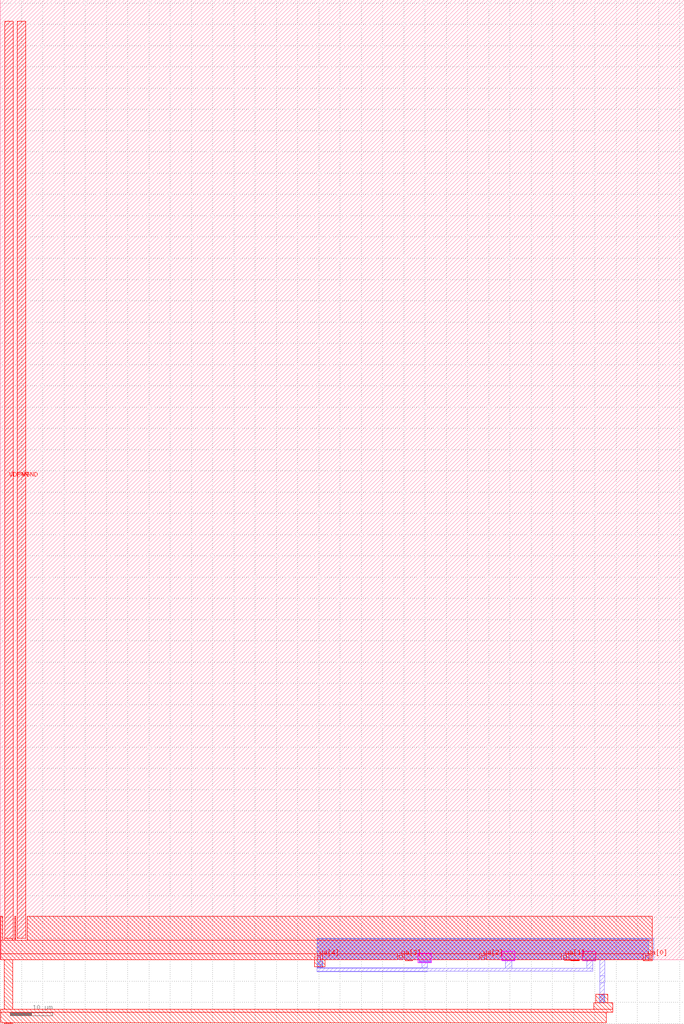
<source format=lef>
VERSION 5.7 ;
  NOWIREEXTENSIONATPIN ON ;
  DIVIDERCHAR "/" ;
  BUSBITCHARS "[]" ;
MACRO tt_um_wakki-0123_Raw_Transistors
  CLASS BLOCK ;
  FOREIGN tt_um_wakki-0123_Raw_Transistors ;
  ORIGIN 0.000 0.000 ;
  SIZE 161.000 BY 225.760 ;
  PIN ua[0]
    DIRECTION INOUT ;
    USE SIGNAL ;
    ANTENNADIFFAREA 0.870000 ;
    PORT
      LAYER met4 ;
        RECT 151.810 0.000 152.710 1.000 ;
    END
  END ua[0]
  PIN ua[1]
    DIRECTION INOUT ;
    USE SIGNAL ;
    ANTENNAGATEAREA 0.250000 ;
    PORT
      LAYER met4 ;
        RECT 132.490 0.000 133.390 1.000 ;
    END
  END ua[1]
  PIN ua[2]
    DIRECTION INOUT ;
    USE SIGNAL ;
    ANTENNAGATEAREA 0.250000 ;
    PORT
      LAYER met4 ;
        RECT 113.170 0.000 114.070 1.000 ;
    END
  END ua[2]
  PIN ua[3]
    DIRECTION INOUT ;
    USE SIGNAL ;
    ANTENNAGATEAREA 0.250000 ;
    PORT
      LAYER met4 ;
        RECT 93.850 0.000 94.750 1.000 ;
    END
  END ua[3]
  PIN ua[4]
    DIRECTION INOUT ;
    USE SIGNAL ;
    ANTENNADIFFAREA 0.870000 ;
    PORT
      LAYER met4 ;
        RECT 74.530 0.000 75.430 1.000 ;
    END
  END ua[4]
  PIN VDPWR
    DIRECTION INOUT ;
    USE POWER ;
    PORT
      LAYER met4 ;
        RECT 1.000 5.000 3.000 220.760 ;
    END
  END VDPWR
  PIN VGND
    DIRECTION INOUT ;
    USE GROUND ;
    PORT
      LAYER met4 ;
        RECT 4.000 5.000 6.000 220.760 ;
    END
  END VGND
  OBS
      LAYER pwell ;
        RECT 98.360 -0.680 101.460 1.530 ;
        RECT 118.050 -0.200 121.150 2.010 ;
      LAYER nwell ;
        RECT 137.050 -0.230 140.240 1.980 ;
      LAYER li1 ;
        RECT 74.560 0.000 152.620 4.970 ;
        RECT 95.860 -0.180 96.930 0.000 ;
        RECT 74.560 -1.680 75.900 -0.270 ;
        RECT 98.540 -0.330 98.710 0.000 ;
        RECT 101.110 -0.330 101.280 0.000 ;
        RECT 118.230 -0.020 120.970 0.000 ;
        RECT 137.230 -0.050 140.060 0.000 ;
        RECT 98.540 -0.500 101.280 -0.330 ;
        RECT 141.040 -9.990 142.210 -8.180 ;
      LAYER met1 ;
        RECT 74.510 0.000 153.770 5.030 ;
        RECT 95.810 -0.180 96.980 0.000 ;
        RECT 74.530 -0.270 75.930 -0.210 ;
        RECT 95.830 -0.240 96.960 -0.180 ;
        RECT 99.490 -0.270 100.390 0.000 ;
        RECT 118.190 -0.110 121.060 0.000 ;
        RECT 137.200 -0.110 140.070 0.000 ;
        RECT 74.510 -1.130 75.950 -0.270 ;
        RECT 98.520 -0.570 101.390 -0.270 ;
        RECT 74.510 -1.680 76.000 -1.130 ;
        RECT 74.530 -1.740 76.000 -1.680 ;
        RECT 74.570 -1.880 76.000 -1.740 ;
        RECT 99.270 -1.880 100.540 -0.570 ;
        RECT 74.570 -1.960 100.540 -1.880 ;
        RECT 118.950 -1.960 120.430 -0.110 ;
        RECT 74.570 -2.020 120.430 -1.960 ;
        RECT 138.020 -2.020 139.470 -0.110 ;
        RECT 74.570 -2.660 139.470 -2.020 ;
        RECT 74.570 -2.810 100.540 -2.660 ;
        RECT 118.930 -2.700 139.470 -2.660 ;
        RECT 138.020 -2.750 139.470 -2.700 ;
        RECT 74.570 -2.830 76.000 -2.810 ;
        RECT 99.270 -2.840 100.540 -2.810 ;
        RECT 141.180 -3.710 142.260 0.000 ;
        RECT 141.110 -5.430 142.260 -3.710 ;
        RECT 141.110 -8.120 142.240 -5.430 ;
        RECT 141.010 -8.180 142.240 -8.120 ;
        RECT 140.990 -9.990 142.260 -8.180 ;
        RECT 141.010 -10.050 142.240 -9.990 ;
      LAYER met2 ;
        RECT 74.560 0.000 152.620 5.020 ;
        RECT 74.560 -1.730 75.900 -0.220 ;
        RECT 95.860 -0.230 96.930 0.000 ;
        RECT 141.040 -10.040 142.210 -8.130 ;
      LAYER met3 ;
        RECT 74.510 0.000 152.670 4.995 ;
        RECT 95.810 -0.205 96.980 0.000 ;
        RECT 74.510 -1.705 75.950 -0.245 ;
        RECT 140.990 -10.015 142.260 -8.155 ;
      LAYER met4 ;
        RECT 0.110 4.600 0.600 10.220 ;
        RECT 0.990 4.600 2.960 5.000 ;
        RECT 3.400 4.600 3.600 10.220 ;
        RECT 6.400 4.600 153.500 10.220 ;
        RECT 0.110 1.400 153.500 4.600 ;
        RECT 0.110 0.000 74.130 1.400 ;
        RECT 75.830 0.000 93.450 1.400 ;
        RECT 95.150 0.000 112.770 1.400 ;
        RECT 114.470 0.000 132.090 1.400 ;
        RECT 133.790 0.000 151.410 1.400 ;
        RECT 153.110 0.000 153.500 1.400 ;
        RECT 0.990 -11.600 2.960 0.000 ;
        RECT 74.030 -1.600 76.440 0.000 ;
        RECT 95.340 -0.230 97.070 0.000 ;
        RECT 132.720 -0.080 136.290 0.000 ;
        RECT 134.330 -0.200 136.290 -0.080 ;
        RECT 151.380 -0.190 153.500 0.000 ;
        RECT 74.555 -1.685 75.905 -1.600 ;
        RECT 140.230 -10.150 143.050 -8.160 ;
        RECT 139.700 -11.600 144.190 -10.150 ;
        RECT 0.110 -12.320 144.190 -11.600 ;
        RECT 0.110 -14.760 142.660 -12.320 ;
        RECT 0.990 -14.930 2.960 -14.760 ;
  END
END tt_um_wakki-0123_Raw_Transistors
END LIBRARY


</source>
